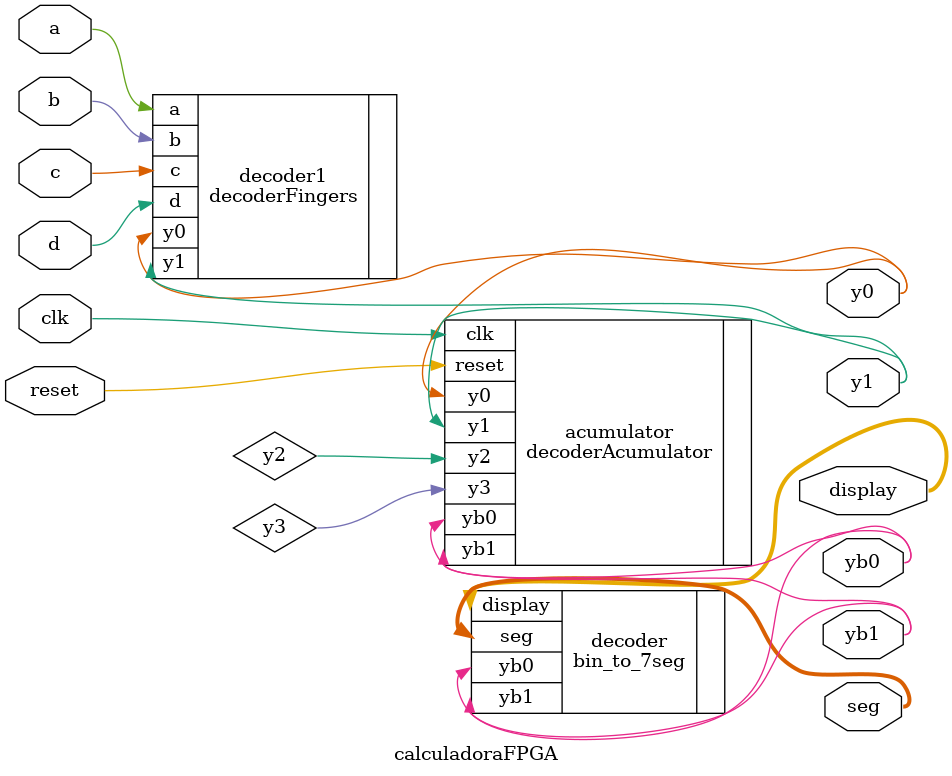
<source format=sv>
module calculadoraFPGA (
		input logic a,b,c,d,
		input clk,
		input reset,
		output logic [1:0] display,
		output logic [6:0] seg,
		output logic y1,y0,yb1,yb0
);

	decoderFingers decoder1 (
        .a(a),
        .b(b),
        .c(c),
        .d(d),
        .y1(y1),
        .y0(y0)
    );
	 
	 decoderAcumulator acumulator (
        .clk(clk),
        .reset(reset),
        .y1(y1),
        .y0(y0),
        .y3(y3),
        .y2(y2),
		  .yb1(yb1),
		  .yb0(yb0)
    );
	 
	 bin_to_7seg decoder(
		 .yb1(yb1),
		 .yb0(yb0), 
		 .display(display),
		 .seg(seg)
	);
	 
endmodule
</source>
